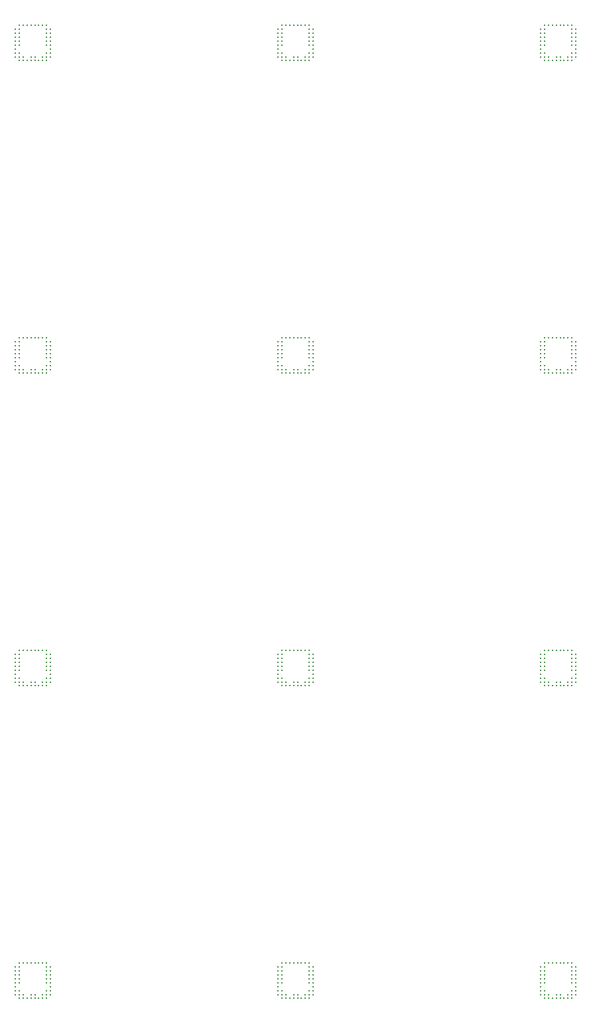
<source format=gtp>
G04 EAGLE Gerber RS-274X export*
G75*
%MOMM*%
%FSLAX34Y34*%
%LPD*%
%INSolderpaste Top*%
%IPPOS*%
%AMOC8*
5,1,8,0,0,1.08239X$1,22.5*%
G01*
%ADD10C,0.300000*%


D10*
X142600Y284200D03*
X142600Y279200D03*
X142600Y274200D03*
X142600Y269200D03*
X142600Y264200D03*
X142600Y259200D03*
X142600Y254200D03*
X142600Y249200D03*
X147600Y284200D03*
X147600Y289200D03*
X152600Y289200D03*
X162600Y289200D03*
X157600Y289200D03*
X167600Y289200D03*
X172600Y289200D03*
X177600Y289200D03*
X182600Y289200D03*
X182600Y284200D03*
X187600Y284200D03*
X182600Y279200D03*
X187600Y279200D03*
X182600Y274200D03*
X187600Y274200D03*
X182600Y269200D03*
X187600Y269200D03*
X182600Y264200D03*
X187600Y264200D03*
X187600Y259200D03*
X182600Y254200D03*
X187600Y254200D03*
X147600Y244200D03*
X147600Y254200D03*
X147600Y264200D03*
X147600Y269200D03*
X147600Y274200D03*
X147600Y279200D03*
X152600Y244200D03*
X157600Y244200D03*
X162600Y244200D03*
X167600Y244200D03*
X172600Y244200D03*
X177600Y244200D03*
X182600Y244200D03*
X147600Y249200D03*
X152600Y249200D03*
X162600Y249200D03*
X167600Y249200D03*
X177600Y249200D03*
X182600Y249200D03*
X187600Y249200D03*
X477880Y284200D03*
X477880Y279200D03*
X477880Y274200D03*
X477880Y269200D03*
X477880Y264200D03*
X477880Y259200D03*
X477880Y254200D03*
X477880Y249200D03*
X482880Y284200D03*
X482880Y289200D03*
X487880Y289200D03*
X497880Y289200D03*
X492880Y289200D03*
X502880Y289200D03*
X507880Y289200D03*
X512880Y289200D03*
X517880Y289200D03*
X517880Y284200D03*
X522880Y284200D03*
X517880Y279200D03*
X522880Y279200D03*
X517880Y274200D03*
X522880Y274200D03*
X517880Y269200D03*
X522880Y269200D03*
X517880Y264200D03*
X522880Y264200D03*
X522880Y259200D03*
X517880Y254200D03*
X522880Y254200D03*
X482880Y244200D03*
X482880Y254200D03*
X482880Y264200D03*
X482880Y269200D03*
X482880Y274200D03*
X482880Y279200D03*
X487880Y244200D03*
X492880Y244200D03*
X497880Y244200D03*
X502880Y244200D03*
X507880Y244200D03*
X512880Y244200D03*
X517880Y244200D03*
X482880Y249200D03*
X487880Y249200D03*
X497880Y249200D03*
X502880Y249200D03*
X512880Y249200D03*
X517880Y249200D03*
X522880Y249200D03*
X813160Y284200D03*
X813160Y279200D03*
X813160Y274200D03*
X813160Y269200D03*
X813160Y264200D03*
X813160Y259200D03*
X813160Y254200D03*
X813160Y249200D03*
X818160Y284200D03*
X818160Y289200D03*
X823160Y289200D03*
X833160Y289200D03*
X828160Y289200D03*
X838160Y289200D03*
X843160Y289200D03*
X848160Y289200D03*
X853160Y289200D03*
X853160Y284200D03*
X858160Y284200D03*
X853160Y279200D03*
X858160Y279200D03*
X853160Y274200D03*
X858160Y274200D03*
X853160Y269200D03*
X858160Y269200D03*
X853160Y264200D03*
X858160Y264200D03*
X858160Y259200D03*
X853160Y254200D03*
X858160Y254200D03*
X818160Y244200D03*
X818160Y254200D03*
X818160Y264200D03*
X818160Y269200D03*
X818160Y274200D03*
X818160Y279200D03*
X823160Y244200D03*
X828160Y244200D03*
X833160Y244200D03*
X838160Y244200D03*
X843160Y244200D03*
X848160Y244200D03*
X853160Y244200D03*
X818160Y249200D03*
X823160Y249200D03*
X833160Y249200D03*
X838160Y249200D03*
X848160Y249200D03*
X853160Y249200D03*
X858160Y249200D03*
X142600Y682980D03*
X142600Y677980D03*
X142600Y672980D03*
X142600Y667980D03*
X142600Y662980D03*
X142600Y657980D03*
X142600Y652980D03*
X142600Y647980D03*
X147600Y682980D03*
X147600Y687980D03*
X152600Y687980D03*
X162600Y687980D03*
X157600Y687980D03*
X167600Y687980D03*
X172600Y687980D03*
X177600Y687980D03*
X182600Y687980D03*
X182600Y682980D03*
X187600Y682980D03*
X182600Y677980D03*
X187600Y677980D03*
X182600Y672980D03*
X187600Y672980D03*
X182600Y667980D03*
X187600Y667980D03*
X182600Y662980D03*
X187600Y662980D03*
X187600Y657980D03*
X182600Y652980D03*
X187600Y652980D03*
X147600Y642980D03*
X147600Y652980D03*
X147600Y662980D03*
X147600Y667980D03*
X147600Y672980D03*
X147600Y677980D03*
X152600Y642980D03*
X157600Y642980D03*
X162600Y642980D03*
X167600Y642980D03*
X172600Y642980D03*
X177600Y642980D03*
X182600Y642980D03*
X147600Y647980D03*
X152600Y647980D03*
X162600Y647980D03*
X167600Y647980D03*
X177600Y647980D03*
X182600Y647980D03*
X187600Y647980D03*
X477880Y682980D03*
X477880Y677980D03*
X477880Y672980D03*
X477880Y667980D03*
X477880Y662980D03*
X477880Y657980D03*
X477880Y652980D03*
X477880Y647980D03*
X482880Y682980D03*
X482880Y687980D03*
X487880Y687980D03*
X497880Y687980D03*
X492880Y687980D03*
X502880Y687980D03*
X507880Y687980D03*
X512880Y687980D03*
X517880Y687980D03*
X517880Y682980D03*
X522880Y682980D03*
X517880Y677980D03*
X522880Y677980D03*
X517880Y672980D03*
X522880Y672980D03*
X517880Y667980D03*
X522880Y667980D03*
X517880Y662980D03*
X522880Y662980D03*
X522880Y657980D03*
X517880Y652980D03*
X522880Y652980D03*
X482880Y642980D03*
X482880Y652980D03*
X482880Y662980D03*
X482880Y667980D03*
X482880Y672980D03*
X482880Y677980D03*
X487880Y642980D03*
X492880Y642980D03*
X497880Y642980D03*
X502880Y642980D03*
X507880Y642980D03*
X512880Y642980D03*
X517880Y642980D03*
X482880Y647980D03*
X487880Y647980D03*
X497880Y647980D03*
X502880Y647980D03*
X512880Y647980D03*
X517880Y647980D03*
X522880Y647980D03*
X813160Y682980D03*
X813160Y677980D03*
X813160Y672980D03*
X813160Y667980D03*
X813160Y662980D03*
X813160Y657980D03*
X813160Y652980D03*
X813160Y647980D03*
X818160Y682980D03*
X818160Y687980D03*
X823160Y687980D03*
X833160Y687980D03*
X828160Y687980D03*
X838160Y687980D03*
X843160Y687980D03*
X848160Y687980D03*
X853160Y687980D03*
X853160Y682980D03*
X858160Y682980D03*
X853160Y677980D03*
X858160Y677980D03*
X853160Y672980D03*
X858160Y672980D03*
X853160Y667980D03*
X858160Y667980D03*
X853160Y662980D03*
X858160Y662980D03*
X858160Y657980D03*
X853160Y652980D03*
X858160Y652980D03*
X818160Y642980D03*
X818160Y652980D03*
X818160Y662980D03*
X818160Y667980D03*
X818160Y672980D03*
X818160Y677980D03*
X823160Y642980D03*
X828160Y642980D03*
X833160Y642980D03*
X838160Y642980D03*
X843160Y642980D03*
X848160Y642980D03*
X853160Y642980D03*
X818160Y647980D03*
X823160Y647980D03*
X833160Y647980D03*
X838160Y647980D03*
X848160Y647980D03*
X853160Y647980D03*
X858160Y647980D03*
X142600Y1081760D03*
X142600Y1076760D03*
X142600Y1071760D03*
X142600Y1066760D03*
X142600Y1061760D03*
X142600Y1056760D03*
X142600Y1051760D03*
X142600Y1046760D03*
X147600Y1081760D03*
X147600Y1086760D03*
X152600Y1086760D03*
X162600Y1086760D03*
X157600Y1086760D03*
X167600Y1086760D03*
X172600Y1086760D03*
X177600Y1086760D03*
X182600Y1086760D03*
X182600Y1081760D03*
X187600Y1081760D03*
X182600Y1076760D03*
X187600Y1076760D03*
X182600Y1071760D03*
X187600Y1071760D03*
X182600Y1066760D03*
X187600Y1066760D03*
X182600Y1061760D03*
X187600Y1061760D03*
X187600Y1056760D03*
X182600Y1051760D03*
X187600Y1051760D03*
X147600Y1041760D03*
X147600Y1051760D03*
X147600Y1061760D03*
X147600Y1066760D03*
X147600Y1071760D03*
X147600Y1076760D03*
X152600Y1041760D03*
X157600Y1041760D03*
X162600Y1041760D03*
X167600Y1041760D03*
X172600Y1041760D03*
X177600Y1041760D03*
X182600Y1041760D03*
X147600Y1046760D03*
X152600Y1046760D03*
X162600Y1046760D03*
X167600Y1046760D03*
X177600Y1046760D03*
X182600Y1046760D03*
X187600Y1046760D03*
X477880Y1081760D03*
X477880Y1076760D03*
X477880Y1071760D03*
X477880Y1066760D03*
X477880Y1061760D03*
X477880Y1056760D03*
X477880Y1051760D03*
X477880Y1046760D03*
X482880Y1081760D03*
X482880Y1086760D03*
X487880Y1086760D03*
X497880Y1086760D03*
X492880Y1086760D03*
X502880Y1086760D03*
X507880Y1086760D03*
X512880Y1086760D03*
X517880Y1086760D03*
X517880Y1081760D03*
X522880Y1081760D03*
X517880Y1076760D03*
X522880Y1076760D03*
X517880Y1071760D03*
X522880Y1071760D03*
X517880Y1066760D03*
X522880Y1066760D03*
X517880Y1061760D03*
X522880Y1061760D03*
X522880Y1056760D03*
X517880Y1051760D03*
X522880Y1051760D03*
X482880Y1041760D03*
X482880Y1051760D03*
X482880Y1061760D03*
X482880Y1066760D03*
X482880Y1071760D03*
X482880Y1076760D03*
X487880Y1041760D03*
X492880Y1041760D03*
X497880Y1041760D03*
X502880Y1041760D03*
X507880Y1041760D03*
X512880Y1041760D03*
X517880Y1041760D03*
X482880Y1046760D03*
X487880Y1046760D03*
X497880Y1046760D03*
X502880Y1046760D03*
X512880Y1046760D03*
X517880Y1046760D03*
X522880Y1046760D03*
X813160Y1081760D03*
X813160Y1076760D03*
X813160Y1071760D03*
X813160Y1066760D03*
X813160Y1061760D03*
X813160Y1056760D03*
X813160Y1051760D03*
X813160Y1046760D03*
X818160Y1081760D03*
X818160Y1086760D03*
X823160Y1086760D03*
X833160Y1086760D03*
X828160Y1086760D03*
X838160Y1086760D03*
X843160Y1086760D03*
X848160Y1086760D03*
X853160Y1086760D03*
X853160Y1081760D03*
X858160Y1081760D03*
X853160Y1076760D03*
X858160Y1076760D03*
X853160Y1071760D03*
X858160Y1071760D03*
X853160Y1066760D03*
X858160Y1066760D03*
X853160Y1061760D03*
X858160Y1061760D03*
X858160Y1056760D03*
X853160Y1051760D03*
X858160Y1051760D03*
X818160Y1041760D03*
X818160Y1051760D03*
X818160Y1061760D03*
X818160Y1066760D03*
X818160Y1071760D03*
X818160Y1076760D03*
X823160Y1041760D03*
X828160Y1041760D03*
X833160Y1041760D03*
X838160Y1041760D03*
X843160Y1041760D03*
X848160Y1041760D03*
X853160Y1041760D03*
X818160Y1046760D03*
X823160Y1046760D03*
X833160Y1046760D03*
X838160Y1046760D03*
X848160Y1046760D03*
X853160Y1046760D03*
X858160Y1046760D03*
X142600Y1480540D03*
X142600Y1475540D03*
X142600Y1470540D03*
X142600Y1465540D03*
X142600Y1460540D03*
X142600Y1455540D03*
X142600Y1450540D03*
X142600Y1445540D03*
X147600Y1480540D03*
X147600Y1485540D03*
X152600Y1485540D03*
X162600Y1485540D03*
X157600Y1485540D03*
X167600Y1485540D03*
X172600Y1485540D03*
X177600Y1485540D03*
X182600Y1485540D03*
X182600Y1480540D03*
X187600Y1480540D03*
X182600Y1475540D03*
X187600Y1475540D03*
X182600Y1470540D03*
X187600Y1470540D03*
X182600Y1465540D03*
X187600Y1465540D03*
X182600Y1460540D03*
X187600Y1460540D03*
X187600Y1455540D03*
X182600Y1450540D03*
X187600Y1450540D03*
X147600Y1440540D03*
X147600Y1450540D03*
X147600Y1460540D03*
X147600Y1465540D03*
X147600Y1470540D03*
X147600Y1475540D03*
X152600Y1440540D03*
X157600Y1440540D03*
X162600Y1440540D03*
X167600Y1440540D03*
X172600Y1440540D03*
X177600Y1440540D03*
X182600Y1440540D03*
X147600Y1445540D03*
X152600Y1445540D03*
X162600Y1445540D03*
X167600Y1445540D03*
X177600Y1445540D03*
X182600Y1445540D03*
X187600Y1445540D03*
X477880Y1480540D03*
X477880Y1475540D03*
X477880Y1470540D03*
X477880Y1465540D03*
X477880Y1460540D03*
X477880Y1455540D03*
X477880Y1450540D03*
X477880Y1445540D03*
X482880Y1480540D03*
X482880Y1485540D03*
X487880Y1485540D03*
X497880Y1485540D03*
X492880Y1485540D03*
X502880Y1485540D03*
X507880Y1485540D03*
X512880Y1485540D03*
X517880Y1485540D03*
X517880Y1480540D03*
X522880Y1480540D03*
X517880Y1475540D03*
X522880Y1475540D03*
X517880Y1470540D03*
X522880Y1470540D03*
X517880Y1465540D03*
X522880Y1465540D03*
X517880Y1460540D03*
X522880Y1460540D03*
X522880Y1455540D03*
X517880Y1450540D03*
X522880Y1450540D03*
X482880Y1440540D03*
X482880Y1450540D03*
X482880Y1460540D03*
X482880Y1465540D03*
X482880Y1470540D03*
X482880Y1475540D03*
X487880Y1440540D03*
X492880Y1440540D03*
X497880Y1440540D03*
X502880Y1440540D03*
X507880Y1440540D03*
X512880Y1440540D03*
X517880Y1440540D03*
X482880Y1445540D03*
X487880Y1445540D03*
X497880Y1445540D03*
X502880Y1445540D03*
X512880Y1445540D03*
X517880Y1445540D03*
X522880Y1445540D03*
X813160Y1480540D03*
X813160Y1475540D03*
X813160Y1470540D03*
X813160Y1465540D03*
X813160Y1460540D03*
X813160Y1455540D03*
X813160Y1450540D03*
X813160Y1445540D03*
X818160Y1480540D03*
X818160Y1485540D03*
X823160Y1485540D03*
X833160Y1485540D03*
X828160Y1485540D03*
X838160Y1485540D03*
X843160Y1485540D03*
X848160Y1485540D03*
X853160Y1485540D03*
X853160Y1480540D03*
X858160Y1480540D03*
X853160Y1475540D03*
X858160Y1475540D03*
X853160Y1470540D03*
X858160Y1470540D03*
X853160Y1465540D03*
X858160Y1465540D03*
X853160Y1460540D03*
X858160Y1460540D03*
X858160Y1455540D03*
X853160Y1450540D03*
X858160Y1450540D03*
X818160Y1440540D03*
X818160Y1450540D03*
X818160Y1460540D03*
X818160Y1465540D03*
X818160Y1470540D03*
X818160Y1475540D03*
X823160Y1440540D03*
X828160Y1440540D03*
X833160Y1440540D03*
X838160Y1440540D03*
X843160Y1440540D03*
X848160Y1440540D03*
X853160Y1440540D03*
X818160Y1445540D03*
X823160Y1445540D03*
X833160Y1445540D03*
X838160Y1445540D03*
X848160Y1445540D03*
X853160Y1445540D03*
X858160Y1445540D03*
M02*

</source>
